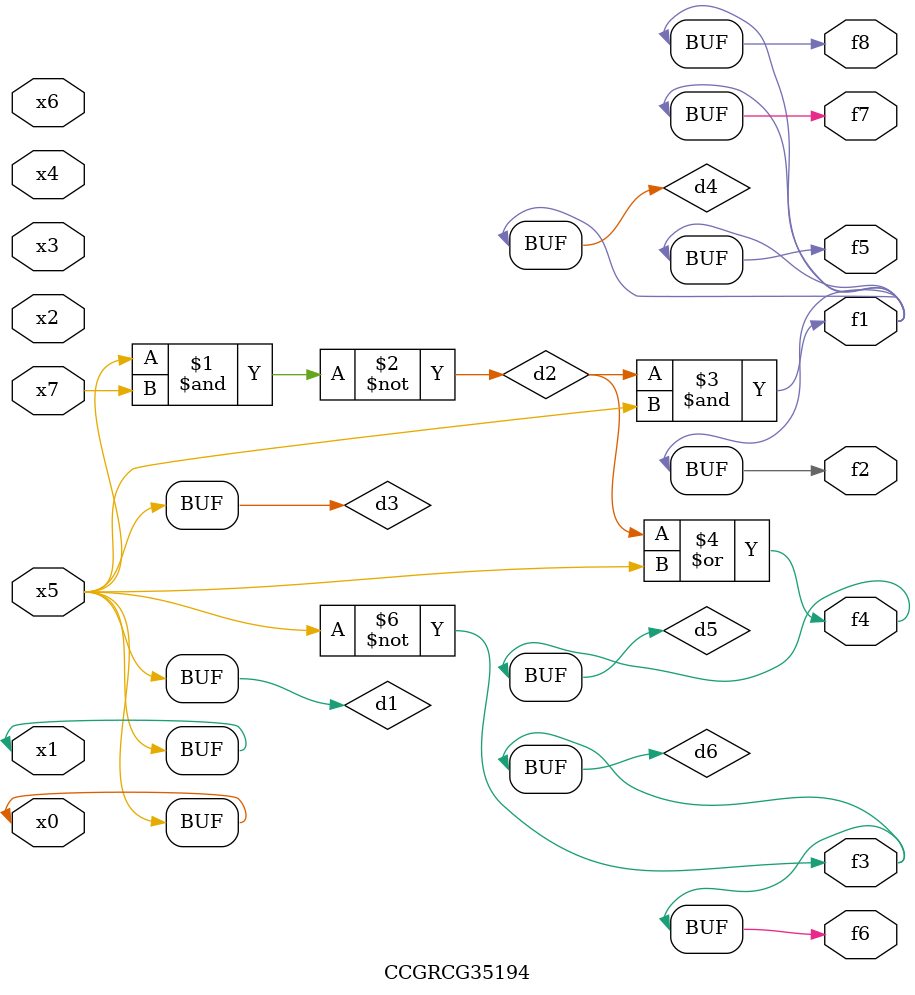
<source format=v>
module CCGRCG35194(
	input x0, x1, x2, x3, x4, x5, x6, x7,
	output f1, f2, f3, f4, f5, f6, f7, f8
);

	wire d1, d2, d3, d4, d5, d6;

	buf (d1, x0, x5);
	nand (d2, x5, x7);
	buf (d3, x0, x1);
	and (d4, d2, d3);
	or (d5, d2, d3);
	nor (d6, d1, d3);
	assign f1 = d4;
	assign f2 = d4;
	assign f3 = d6;
	assign f4 = d5;
	assign f5 = d4;
	assign f6 = d6;
	assign f7 = d4;
	assign f8 = d4;
endmodule

</source>
